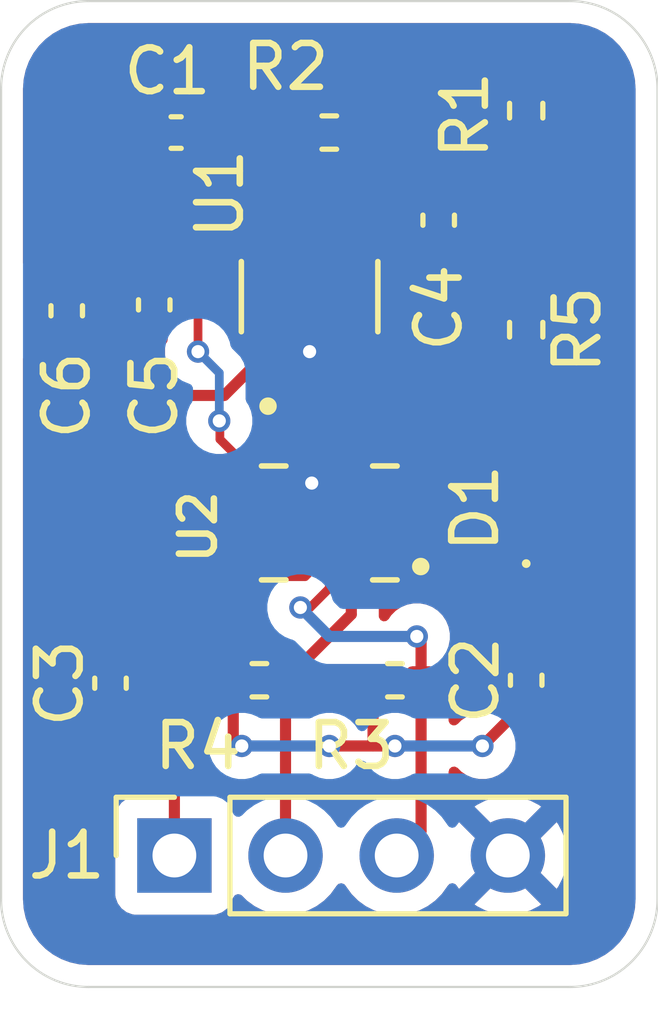
<source format=kicad_pcb>
(kicad_pcb (version 20241229) (generator "pcbnew") (generator_version "9.0")
  (title_block (title "Lab4-PCB Design Lab") (date "2026-01-29"))
  (layers (0 "F.Cu" signal) (2 "B.Cu" signal) (13 "F.Paste" user) (15 "B.Paste" user) (5 "F.SilkS" user "F.Silkscreen") (7 "B.SilkS" user "B.Silkscreen") (1 "F.Mask" user) (3 "B.Mask" user) (25 "Edge.Cuts" user))
  (net 0 "")
  (net 1 "+3V3")
  (net 2 "Net-(U1-FB)")
  (net 3 "GND")
  (net 4 "VCC")
  (net 5 "Net-(U1-NR)")
  (net 6 "Net-(D1-A)")
  (net 7 "/SCL")
  (net 8 "/SDA")
  (footprint "TPS79301:SOT95P280X145-6N" (layer "F.Cu") (at 117.05 91.745 90)
    (property "Reference" "U1" (at 2.345 -2.05 90) (layer "F.SilkS"))
    (property "Value" "TPS79301DBVR")
    (fp_line (start 0.8 -1.56) (end -0.8 -1.56) (stroke (width 0.127)) (layer "F.SilkS"))
    (fp_line (start -0.8 1.56) (end 0.8 1.56) (stroke (width 0.127)) (layer "F.SilkS"))
    (fp_circle (center -2.5 -0.95) (end -2.4 -0.95) (stroke (width 0.2)) (fill no) (layer "F.SilkS"))
    (pad "1" smd roundrect (at -1.255 -0.95 90) (size 1.21 0.58) (layers "F.Cu" "F.Mask" "F.Paste") (roundrect_rratio 0.125) (net 4 "VCC"))
    (pad "2" smd roundrect (at -1.255 0 90) (size 1.21 0.58) (layers "F.Cu" "F.Mask" "F.Paste") (roundrect_rratio 0.125) (net 3 "GND"))
    (pad "3" smd roundrect (at -1.255 0.95 90) (size 1.21 0.58) (layers "F.Cu" "F.Mask" "F.Paste") (roundrect_rratio 0.125) (net 4 "VCC"))
    (pad "4" smd roundrect (at 1.255 0.95 90) (size 1.21 0.58) (layers "F.Cu" "F.Mask" "F.Paste") (roundrect_rratio 0.125) (net 5 "Net-(U1-NR)"))
    (pad "5" smd roundrect (at 1.255 0 90) (size 1.21 0.58) (layers "F.Cu" "F.Mask" "F.Paste") (roundrect_rratio 0.125) (net 2 "Net-(U1-FB)"))
    (pad "6" smd roundrect (at 1.255 -0.95 90) (size 1.21 0.58) (layers "F.Cu" "F.Mask" "F.Paste") (roundrect_rratio 0.125) (net 1 "+3V3"))
  )
  (footprint "Capacitor_SMD:C_0402_1005Metric_Pad0.74x0.62mm_HandSolder" (layer "F.Cu") (at 114 88)
    (property "Reference" "C1" (at -0.2 -1.4 0) (layer "F.SilkS"))
    (property "Value" "15pF")
    (fp_line (start -0.115835 -0.36) (end 0.115835 -0.36) (stroke (width 0.12)) (layer "F.SilkS"))
    (fp_line (start -0.115835 0.36) (end 0.115835 0.36) (stroke (width 0.12)) (layer "F.SilkS"))
    (pad "1" smd roundrect (at -0.5675 0) (size 0.735 0.62) (layers "F.Cu" "F.Mask" "F.Paste") (net 1 "+3V3"))
    (pad "2" smd roundrect (at 0.5675 0) (size 0.735 0.62) (layers "F.Cu" "F.Mask" "F.Paste") (net 2 "Net-(U1-FB)"))
  )
  (footprint "Resistor_SMD:R_0402_1005Metric_Pad0.72x0.64mm_HandSolder" (layer "F.Cu") (at 119 100.5)
    (property "Reference" "R3" (at -1 1.5 0) (layer "F.SilkS"))
    (property "Value" "10k")
    (fp_line (start -0.167621 -0.38) (end 0.167621 -0.38) (stroke (width 0.12)) (layer "F.SilkS"))
    (fp_line (start -0.167621 0.38) (end 0.167621 0.38) (stroke (width 0.12)) (layer "F.SilkS"))
    (pad "1" smd roundrect (at -0.5975 0) (size 0.715 0.64) (layers "F.Cu" "F.Mask" "F.Paste") (net 1 "+3V3"))
    (pad "2" smd roundrect (at 0.5975 0) (size 0.715 0.64) (layers "F.Cu" "F.Mask" "F.Paste") (net 7 "/SCL"))
  )
  (footprint "Resistor_SMD:R_0402_1005Metric_Pad0.72x0.64mm_HandSolder" (layer "F.Cu") (at 122 87.5 90)
    (property "Reference" "R1" (at -0.1 -1.4 90) (layer "F.SilkS"))
    (property "Value" "51k")
    (fp_line (start -0.167621 -0.38) (end 0.167621 -0.38) (stroke (width 0.12)) (layer "F.SilkS"))
    (fp_line (start -0.167621 0.38) (end 0.167621 0.38) (stroke (width 0.12)) (layer "F.SilkS"))
    (pad "1" smd roundrect (at -0.5975 0 90) (size 0.715 0.64) (layers "F.Cu" "F.Mask" "F.Paste") (net 1 "+3V3"))
    (pad "2" smd roundrect (at 0.5975 0 90) (size 0.715 0.64) (layers "F.Cu" "F.Mask" "F.Paste") (net 2 "Net-(U1-FB)"))
  )
  (footprint "LSM6DSOX:PQFN50P250X300X86-14N" (layer "F.Cu") (at 117.5 96.91 180)
    (property "Reference" "U2" (at 3 -0.09 270) (layer "F.SilkS") (effects (font (size 0.8 0.8))))
    (property "Value" "LSM6DSOXTR")
    (fp_line (start 0.99 1.3) (end 1.55 1.3) (stroke (width 0.127)) (layer "F.SilkS"))
    (fp_line (start 0.99 -1.3) (end 1.55 -1.3) (stroke (width 0.127)) (layer "F.SilkS"))
    (fp_line (start -0.99 -1.3) (end -1.55 -1.3) (stroke (width 0.127)) (layer "F.SilkS"))
    (fp_line (start -1.55 1.3) (end -0.99 1.3) (stroke (width 0.127)) (layer "F.SilkS"))
    (fp_circle (center -2.09 -0.995) (end -1.99 -0.995) (stroke (width 0.2)) (fill no) (layer "F.SilkS"))
    (pad "1" smd rect (at -1.16 -0.75 180) (size 0.61 0.35) (layers "F.Cu" "F.Paste") (net 3 "GND"))
    (pad "2" smd rect (at -1.16 -0.25 180) (size 0.61 0.35) (layers "F.Cu" "F.Paste") (net 3 "GND"))
    (pad "3" smd rect (at -1.16 0.25 180) (size 0.61 0.35) (layers "F.Cu" "F.Paste") (net 3 "GND"))
    (pad "4" smd rect (at -1.16 0.75 180) (size 0.61 0.35) (layers "F.Cu" "F.Paste"))
    (pad "5" smd rect (at -0.5 0.91 180) (size 0.35 0.61) (layers "F.Cu" "F.Paste") (net 1 "+3V3"))
    (pad "6" smd rect (at 0 0.91 180) (size 0.35 0.61) (layers "F.Cu" "F.Paste") (net 3 "GND"))
    (pad "7" smd rect (at 0.5 0.91 180) (size 0.35 0.61) (layers "F.Cu" "F.Paste") (net 3 "GND"))
    (pad "8" smd rect (at 1.16 0.75 180) (size 0.61 0.35) (layers "F.Cu" "F.Paste") (net 1 "+3V3"))
    (pad "9" smd rect (at 1.16 0.25 180) (size 0.61 0.35) (layers "F.Cu" "F.Paste"))
    (pad "10" smd rect (at 1.16 -0.25 180) (size 0.61 0.35) (layers "F.Cu" "F.Paste"))
    (pad "11" smd rect (at 1.16 -0.75 180) (size 0.61 0.35) (layers "F.Cu" "F.Paste"))
    (pad "12" smd rect (at 0.5 -0.91 180) (size 0.35 0.61) (layers "F.Cu" "F.Paste") (net 1 "+3V3"))
    (pad "13" smd rect (at 0 -0.91 180) (size 0.35 0.61) (layers "F.Cu" "F.Paste") (net 7 "/SCL"))
    (pad "14" smd rect (at -0.5 -0.91 180) (size 0.35 0.61) (layers "F.Cu" "F.Paste") (net 8 "/SDA"))
  )
  (footprint "Capacitor_SMD:C_0402_1005Metric_Pad0.74x0.62mm_HandSolder" (layer "F.Cu") (at 122 100.5 90)
    (property "Reference" "C2" (at 0 -1.16 270) (layer "F.SilkS"))
    (property "Value" "2.2µF")
    (fp_line (start -0.115835 -0.36) (end 0.115835 -0.36) (stroke (width 0.12)) (layer "F.SilkS"))
    (fp_line (start -0.115835 0.36) (end 0.115835 0.36) (stroke (width 0.12)) (layer "F.SilkS"))
    (pad "1" smd roundrect (at -0.5675 0 90) (size 0.735 0.62) (layers "F.Cu" "F.Mask" "F.Paste") (net 1 "+3V3"))
    (pad "2" smd roundrect (at 0.5675 0 90) (size 0.735 0.62) (layers "F.Cu" "F.Mask" "F.Paste") (net 3 "GND"))
  )
  (footprint "Connector_PinSocket_2.54mm:PinSocket_1x04_P2.54mm_Vertical" (layer "F.Cu") (at 113.96 104.5 90)
    (property "Reference" "J1" (at 0 -2.46 0) (layer "F.SilkS"))
    (property "Value" "Conn_01x04_Pin")
    (fp_line (start 1.33 -1.33) (end 1.33 0) (stroke (width 0.12)) (layer "F.SilkS"))
    (fp_line (start 0 -1.33) (end 1.33 -1.33) (stroke (width 0.12)) (layer "F.SilkS"))
    (fp_line (start 1.33 1.27) (end 1.33 8.95) (stroke (width 0.12)) (layer "F.SilkS"))
    (fp_line (start -1.33 1.27) (end 1.33 1.27) (stroke (width 0.12)) (layer "F.SilkS"))
    (fp_line (start -1.33 1.27) (end -1.33 8.95) (stroke (width 0.12)) (layer "F.SilkS"))
    (fp_line (start -1.33 8.95) (end 1.33 8.95) (stroke (width 0.12)) (layer "F.SilkS"))
    (pad "1" thru_hole rect (at 0 0 90) (size 1.7 1.7) (drill 1) (layers "*.Cu" "*.Mask") (net 4 "VCC"))
    (pad "2" thru_hole circle (at 0 2.54 90) (size 1.7 1.7) (drill 1) (layers "*.Cu" "*.Mask") (net 8 "/SDA"))
    (pad "3" thru_hole circle (at 0 5.08 90) (size 1.7 1.7) (drill 1) (layers "*.Cu" "*.Mask") (net 7 "/SCL"))
    (pad "4" thru_hole circle (at 0 7.62 90) (size 1.7 1.7) (drill 1) (layers "*.Cu" "*.Mask") (net 3 "GND"))
  )
  (footprint "Capacitor_SMD:C_0402_1005Metric_Pad0.74x0.62mm_HandSolder" (layer "F.Cu") (at 111.5 92.0675 90)
    (property "Reference" "C6" (at -1.9325 0 90) (layer "F.SilkS"))
    (property "Value" "100nF")
    (fp_line (start -0.115835 -0.36) (end 0.115835 -0.36) (stroke (width 0.12)) (layer "F.SilkS"))
    (fp_line (start -0.115835 0.36) (end 0.115835 0.36) (stroke (width 0.12)) (layer "F.SilkS"))
    (pad "1" smd roundrect (at -0.5675 0 90) (size 0.735 0.62) (layers "F.Cu" "F.Mask" "F.Paste") (net 3 "GND"))
    (pad "2" smd roundrect (at 0.5675 0 90) (size 0.735 0.62) (layers "F.Cu" "F.Mask" "F.Paste") (net 1 "+3V3"))
  )
  (footprint "Capacitor_SMD:C_0402_1005Metric_Pad0.74x0.62mm_HandSolder" (layer "F.Cu") (at 113.5 91.9325 90)
    (property "Reference" "C5" (at -2.0675 0 270) (layer "F.SilkS"))
    (property "Value" "100nF")
    (fp_line (start -0.115835 -0.36) (end 0.115835 -0.36) (stroke (width 0.12)) (layer "F.SilkS"))
    (fp_line (start -0.115835 0.36) (end 0.115835 0.36) (stroke (width 0.12)) (layer "F.SilkS"))
    (pad "1" smd roundrect (at -0.5675 0 90) (size 0.735 0.62) (layers "F.Cu" "F.Mask" "F.Paste") (net 3 "GND"))
    (pad "2" smd roundrect (at 0.5675 0 90) (size 0.735 0.62) (layers "F.Cu" "F.Mask" "F.Paste") (net 1 "+3V3"))
  )
  (footprint "LED_SMD:LED_0402_1005Metric_Pad0.77x0.64mm_HandSolder" (layer "F.Cu") (at 122 96.5725 90)
    (property "Reference" "D1" (at 0 -1.17 90) (layer "F.SilkS"))
    (property "Value" "LED")
    (fp_circle (center -1.265 0) (end -1.215 0) (stroke (width 0.1)) (fill no) (layer "F.SilkS"))
    (pad "1" smd roundrect (at -0.5725 0 90) (size 0.765 0.64) (layers "F.Cu" "F.Mask" "F.Paste") (net 3 "GND"))
    (pad "2" smd roundrect (at 0.5725 0 90) (size 0.765 0.64) (layers "F.Cu" "F.Mask" "F.Paste") (net 6 "Net-(D1-A)"))
  )
  (footprint "Resistor_SMD:R_0402_1005Metric_Pad0.72x0.64mm_HandSolder" (layer "F.Cu") (at 117.5 88)
    (property "Reference" "R2" (at -1 -1.5 0) (layer "F.SilkS"))
    (property "Value" "30.1k")
    (fp_line (start -0.167621 -0.38) (end 0.167621 -0.38) (stroke (width 0.12)) (layer "F.SilkS"))
    (fp_line (start -0.167621 0.38) (end 0.167621 0.38) (stroke (width 0.12)) (layer "F.SilkS"))
    (pad "1" smd roundrect (at -0.5975 0) (size 0.715 0.64) (layers "F.Cu" "F.Mask" "F.Paste") (net 2 "Net-(U1-FB)"))
    (pad "2" smd roundrect (at 0.5975 0) (size 0.715 0.64) (layers "F.Cu" "F.Mask" "F.Paste") (net 3 "GND"))
  )
  (footprint "Capacitor_SMD:C_0402_1005Metric_Pad0.74x0.62mm_HandSolder" (layer "F.Cu") (at 120 90 90)
    (property "Reference" "C4" (at -2 0 90) (layer "F.SilkS"))
    (property "Value" "0.01µF")
    (fp_line (start -0.115835 -0.36) (end 0.115835 -0.36) (stroke (width 0.12)) (layer "F.SilkS"))
    (fp_line (start -0.115835 0.36) (end 0.115835 0.36) (stroke (width 0.12)) (layer "F.SilkS"))
    (pad "1" smd roundrect (at -0.5675 0 90) (size 0.735 0.62) (layers "F.Cu" "F.Mask" "F.Paste") (net 5 "Net-(U1-NR)"))
    (pad "2" smd roundrect (at 0.5675 0 90) (size 0.735 0.62) (layers "F.Cu" "F.Mask" "F.Paste") (net 3 "GND"))
  )
  (footprint "Resistor_SMD:R_0402_1005Metric_Pad0.72x0.64mm_HandSolder" (layer "F.Cu") (at 122 92.5 -90)
    (property "Reference" "R5" (at 0 -1.17 270) (layer "F.SilkS"))
    (property "Value" "1k")
    (fp_line (start -0.167621 0.38) (end 0.167621 0.38) (stroke (width 0.12)) (layer "F.SilkS"))
    (fp_line (start -0.167621 -0.38) (end 0.167621 -0.38) (stroke (width 0.12)) (layer "F.SilkS"))
    (pad "1" smd roundrect (at -0.5975 0 270) (size 0.715 0.64) (layers "F.Cu" "F.Mask" "F.Paste") (net 1 "+3V3"))
    (pad "2" smd roundrect (at 0.5975 0 270) (size 0.715 0.64) (layers "F.Cu" "F.Mask" "F.Paste") (net 6 "Net-(D1-A)"))
  )
  (footprint "Capacitor_SMD:C_0402_1005Metric_Pad0.74x0.62mm_HandSolder" (layer "F.Cu") (at 112.5 100.5675 90)
    (property "Reference" "C3" (at 0 -1.16 90) (layer "F.SilkS"))
    (property "Value" "1µF")
    (fp_line (start -0.115835 -0.36) (end 0.115835 -0.36) (stroke (width 0.12)) (layer "F.SilkS"))
    (fp_line (start -0.115835 0.36) (end 0.115835 0.36) (stroke (width 0.12)) (layer "F.SilkS"))
    (pad "1" smd roundrect (at -0.5675 0 90) (size 0.735 0.62) (layers "F.Cu" "F.Mask" "F.Paste") (net 4 "VCC"))
    (pad "2" smd roundrect (at 0.5675 0 90) (size 0.735 0.62) (layers "F.Cu" "F.Mask" "F.Paste") (net 3 "GND"))
  )
  (footprint "Resistor_SMD:R_0402_1005Metric_Pad0.72x0.64mm_HandSolder" (layer "F.Cu") (at 115.9025 100.5)
    (property "Reference" "R4" (at -1.4025 1.5 0) (layer "F.SilkS"))
    (property "Value" "10k")
    (fp_line (start -0.167621 -0.38) (end 0.167621 -0.38) (stroke (width 0.12)) (layer "F.SilkS"))
    (fp_line (start -0.167621 0.38) (end 0.167621 0.38) (stroke (width 0.12)) (layer "F.SilkS"))
    (pad "1" smd roundrect (at -0.5975 0) (size 0.715 0.64) (layers "F.Cu" "F.Mask" "F.Paste") (net 1 "+3V3"))
    (pad "2" smd roundrect (at 0.5975 0) (size 0.715 0.64) (layers "F.Cu" "F.Mask" "F.Paste") (net 8 "/SDA"))
  )
  (gr_line (start 123 85) (end 112 85) (stroke (width 0.05)) (layer "Edge.Cuts"))
  (gr_arc (start 112 107.5) (mid 110.585786 106.914214) (end 110 105.5) (stroke (width 0.05)) (layer "Edge.Cuts"))
  (gr_line (start 125 105.5) (end 125 87) (stroke (width 0.05)) (layer "Edge.Cuts"))
  (gr_arc (start 110 87) (mid 110.585786 85.585786) (end 112 85) (stroke (width 0.05)) (layer "Edge.Cuts"))
  (gr_line (start 110 87) (end 110 105.5) (stroke (width 0.05)) (layer "Edge.Cuts"))
  (gr_arc (start 123 85) (mid 124.414214 85.585786) (end 125 87) (stroke (width 0.05)) (layer "Edge.Cuts"))
  (gr_arc (start 125 105.5) (mid 124.414214 106.914214) (end 123 107.5) (stroke (width 0.05)) (layer "Edge.Cuts"))
  (gr_line (start 112 107.5) (end 123 107.5) (stroke (width 0.05)) (layer "Edge.Cuts"))
  (segment (start 114.5 93) (end 114.5 91.73) (width 0.2) (layer "F.Cu") (net 1))
  (segment (start 113.5 91.365) (end 111.635 91.365) (width 0.254) (layer "F.Cu") (net 1))
  (segment (start 121.5975 91.9025) (end 118.003 95.497) (width 0.254) (layer "F.Cu") (net 1))
  (segment (start 115.734 98.136) (end 115.734 96.184) (width 0.2) (layer "F.Cu") (net 1))
  (segment (start 115.305 100.5) (end 115.305 96.2426) (width 0.254) (layer "F.Cu") (net 1))
  (segment (start 122 101.0675) (end 121.9325 101.0675) (width 0.254) (layer "F.Cu") (net 1))
  (segment (start 122 88.0975) (end 122 91.9025) (width 0.254) (layer "F.Cu") (net 1))
  (segment (start 115.305 96.2426) (end 115.7738 95.7738) (width 0.254) (layer "F.Cu") (net 1))
  (segment (start 115 90.5) (end 115.01 90.49) (width 0.254) (layer "F.Cu") (net 1))
  (segment (start 115 95) (end 115 94.567056) (width 0.2) (layer "F.Cu") (net 1))
  (segment (start 114.5 91.73) (end 114.135 91.365) (width 0.2) (layer "F.Cu") (net 1))
  (segment (start 118.5 102) (end 117.5 102) (width 0.254) (layer "F.Cu") (net 1))
  (segment (start 115.758 96.16) (end 116.34 96.16) (width 0.2) (layer "F.Cu") (net 1))
  (segment (start 113.5 91.365) (end 114.135 91.365) (width 0.254) (layer "F.Cu") (net 1))
  (segment (start 115.305 100.5) (end 115.305 101.805) (width 0.254) (layer "F.Cu") (net 1))
  (segment (start 115.9538 95.7738) (end 115.7738 95.7738) (width 0.2) (layer "F.Cu") (net 1))
  (segment (start 116.34 96.16) (end 115.9538 95.7738) (width 0.2) (layer "F.Cu") (net 1))
  (segment (start 118 96) (end 118 95.418) (width 0.2) (layer "F.Cu") (net 1))
  (segment (start 116.946 98.136) (end 115.734 98.136) (width 0.2) (layer "F.Cu") (net 1))
  (segment (start 115.305 101.805) (end 115.5 102) (width 0.254) (layer "F.Cu") (net 1))
  (segment (start 114.5 90.5) (end 115 90.5) (width 0.254) (layer "F.Cu") (net 1))
  (segment (start 116.34 95.578) (end 116.34 96.16) (width 0.2) (layer "F.Cu") (net 1))
  (segment (start 118.5 100.5) (end 118.5 102) (width 0.254) (layer "F.Cu") (net 1))
  (segment (start 121.9325 101.0675) (end 121 102) (width 0.254) (layer "F.Cu") (net 1))
  (segment (start 115.734 96.184) (end 115.758 96.16) (width 0.2) (layer "F.Cu") (net 1))
  (segment (start 122 91.9025) (end 121.5975 91.9025) (width 0.254) (layer "F.Cu") (net 1))
  (segment (start 115.7738 95.7738) (end 115 95) (width 0.2) (layer "F.Cu") (net 1))
  (segment (start 118.4025 100.5) (end 118.5 100.5) (width 0.254) (layer "F.Cu") (net 1))
  (segment (start 117 97.82) (end 117 98.082) (width 0.2) (layer "F.Cu") (net 1))
  (segment (start 113.4325 88) (end 113.4325 89.4325) (width 0.254) (layer "F.Cu") (net 1))
  (segment (start 111.635 91.365) (end 111.5 91.5) (width 0.254) (layer "F.Cu") (net 1))
  (segment (start 114.135 91.365) (end 115 90.5) (width 0.254) (layer "F.Cu") (net 1))
  (segment (start 113.4325 89.4325) (end 114.5 90.5) (width 0.254) (layer "F.Cu") (net 1))
  (segment (start 119 102) (end 118.5 102) (width 0.254) (layer "F.Cu") (net 1))
  (segment (start 116.524 95.394) (end 116.34 95.578) (width 0.2) (layer "F.Cu") (net 1))
  (segment (start 117 98.082) (end 116.946 98.136) (width 0.2) (layer "F.Cu") (net 1))
  (segment (start 115.01 90.49) (end 116.1 90.49) (width 0.254) (layer "F.Cu") (net 1))
  (segment (start 115 94.567056) (end 114.986056 94.581) (width 0.2) (layer "F.Cu") (net 1))
  (segment (start 118.003 95.497) (end 118.003 95.997) (width 0.254) (layer "F.Cu") (net 1))
  (segment (start 118 95.418) (end 117.976 95.394) (width 0.2) (layer "F.Cu") (net 1))
  (segment (start 117.976 95.394) (end 116.524 95.394) (width 0.2) (layer "F.Cu") (net 1))
  (via (at 114.986056 94.581) (size 0.508) (drill 0.3) (layers "F.Cu" "B.Cu") (net 1))
  (via (at 115.5 102) (size 0.508) (drill 0.3) (layers "F.Cu" "B.Cu") (net 1))
  (via (at 119 102) (size 0.508) (drill 0.3) (layers "F.Cu" "B.Cu") (net 1))
  (via (at 121 102) (size 0.508) (drill 0.3) (layers "F.Cu" "B.Cu") (net 1))
  (via (at 117.5 102) (size 0.508) (drill 0.3) (layers "F.Cu" "B.Cu") (net 1))
  (via (at 114.5 93) (size 0.508) (drill 0.3) (layers "F.Cu" "B.Cu") (net 1))
  (segment (start 114.986056 93.486056) (end 114.5 93) (width 0.2) (layer "B.Cu") (net 1))
  (segment (start 114.986056 94.581) (end 114.986056 93.486056) (width 0.2) (layer "B.Cu") (net 1))
  (segment (start 121 102) (end 119 102) (width 0.254) (layer "B.Cu") (net 1))
  (segment (start 117.5 102) (end 115.5 102) (width 0.254) (layer "B.Cu") (net 1))
  (segment (start 117.05 88.1475) (end 116.9025 88) (width 0.254) (layer "F.Cu") (net 2))
  (segment (start 114.5675 88) (end 116.9025 88) (width 0.254) (layer "F.Cu") (net 2))
  (segment (start 117.05 90.49) (end 117.05 88.1475) (width 0.254) (layer "F.Cu") (net 2))
  (segment (start 118 86.9025) (end 122 86.9025) (width 0.254) (layer "F.Cu") (net 2))
  (segment (start 116.9025 88) (end 118 86.9025) (width 0.254) (layer "F.Cu") (net 2))
  (segment (start 117 96) (end 117.099002 96) (width 0.2) (layer "F.Cu") (net 3))
  (segment (start 117 93) (end 117.05 93) (width 0.2) (layer "F.Cu") (net 3))
  (segment (start 118.66 96.66) (end 118.66 97.16) (width 0.2) (layer "F.Cu") (net 3))
  (via (at 117.05 93) (size 0.508) (drill 0.3) (layers "F.Cu" "B.Cu") (net 3))
  (via (at 117.099002 96) (size 0.508) (drill 0.3) (layers "F.Cu" "B.Cu") (net 3))
  (segment (start 117.099002 96) (end 117 96) (width 0.2) (layer "B.Cu") (net 3))
  (segment (start 117 96) (end 117.05 95.95) (width 0.2) (layer "B.Cu") (net 3))
  (segment (start 113.96 104.5) (end 113.96 102.595) (width 0.254) (layer "F.Cu") (net 4))
  (segment (start 116.428001 93.933) (end 116.1 93.604999) (width 0.254) (layer "F.Cu") (net 4))
  (segment (start 115.1 94) (end 116.1 93) (width 0.254) (layer "F.Cu") (net 4))
  (segment (start 116.1 93.604999) (end 116.1 93) (width 0.254) (layer "F.Cu") (net 4))
  (segment (start 118 93) (end 118 93.3684) (width 0.254) (layer "F.Cu") (net 4))
  (segment (start 117.4354 93.933) (end 116.428001 93.933) (width 0.254) (layer "F.Cu") (net 4))
  (segment (start 113.96 102.595) (end 112.5 101.135) (width 0.254) (layer "F.Cu") (net 4))
  (segment (start 114 99.635) (end 114 94) (width 0.254) (layer "F.Cu") (net 4))
  (segment (start 118 93.3684) (end 117.4354 93.933) (width 0.254) (layer "F.Cu") (net 4))
  (segment (start 116.1 93) (end 116.05 93.05) (width 0.254) (layer "F.Cu") (net 4))
  (segment (start 114 94) (end 115.1 94) (width 0.254) (layer "F.Cu") (net 4))
  (segment (start 112.5 101.135) (end 114 99.635) (width 0.254) (layer "F.Cu") (net 4))
  (segment (start 118 90.49) (end 119.9225 90.49) (width 0.254) (layer "F.Cu") (net 5))
  (segment (start 119.9225 90.49) (end 120 90.5675) (width 0.254) (layer "F.Cu") (net 5))
  (segment (start 122 93.0975) (end 122 96) (width 0.254) (layer "F.Cu") (net 6))
  (segment (start 119.5975 99.5975) (end 119.5 99.5) (width 0.254) (layer "F.Cu") (net 7))
  (segment (start 119.5975 103.9425) (end 119.04 104.5) (width 0.254) (layer "F.Cu") (net 7))
  (segment (start 119.5975 100.5) (end 119.5975 99.5975) (width 0.254) (layer "F.Cu") (net 7))
  (segment (start 119.5975 100.5) (end 119.5975 103.9425) (width 0.254) (layer "F.Cu") (net 7))
  (segment (start 117.5 98.402) (end 117.06283 98.83917) (width 0.2) (layer "F.Cu") (net 7))
  (segment (start 117.06283 98.83917) (end 116.83917 98.83917) (width 0.2) (layer "F.Cu") (net 7))
  (segment (start 117.5 97.82) (end 117.5 98.402) (width 0.2) (layer "F.Cu") (net 7))
  (via (at 116.83917 98.83917) (size 0.508) (drill 0.3) (layers "F.Cu" "B.Cu") (net 7))
  (via (at 119.5 99.5) (size 0.508) (drill 0.3) (layers "F.Cu" "B.Cu") (net 7))
  (segment (start 119.5 99.5) (end 117.5 99.5) (width 0.254) (layer "B.Cu") (net 7))
  (segment (start 117.5 99.5) (end 116.83917 98.83917) (width 0.254) (layer "B.Cu") (net 7))
  (segment (start 118.003 98.997) (end 118.003 97.82) (width 0.254) (layer "F.Cu") (net 8))
  (segment (start 116.5 100.5) (end 116.5 104.5) (width 0.254) (layer "F.Cu") (net 8))
  (segment (start 116.5 100.5) (end 118.003 98.997) (width 0.254) (layer "F.Cu") (net 8))
  (zone (net 3) (net_name "GND") (layers "F.Cu" "B.Cu") (connect_pads (clearance 0.5)) (min_thickness 0.25) (fill yes (thermal_gap 0.5) (thermal_bridge_width 0.5))
    (polygon (pts (xy 110 85) (xy 110 107.5) (xy 125 107.5) (xy 125 85)))
  )
)
</source>
